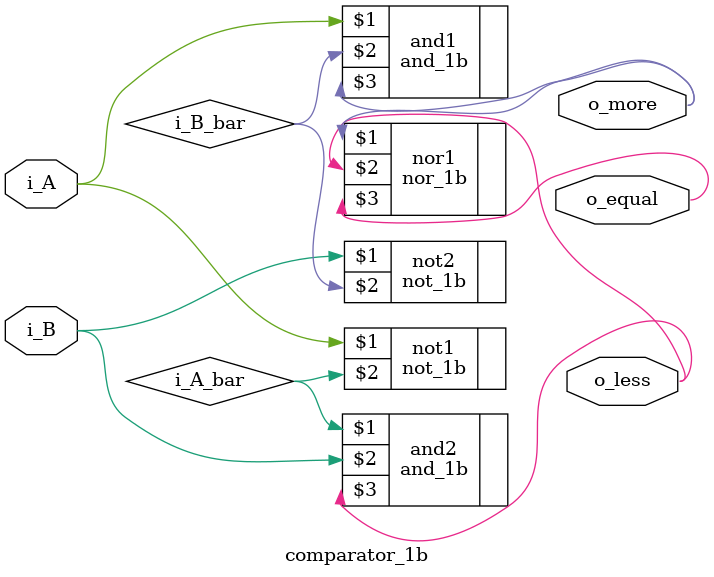
<source format=v>
`timescale 1ns / 1ps
module comparator_1b(
	input i_A, i_B,
	output o_more, o_less, o_equal
);
wire i_A_bar, i_B_bar;

not_1b not1(i_A, i_A_bar);
not_1b not2(i_B, i_B_bar);

and_1b and1(i_A, i_B_bar, o_more);
and_1b and2(i_A_bar, i_B, o_less);

nor_1b nor1(o_more, o_less, o_equal);


endmodule

</source>
